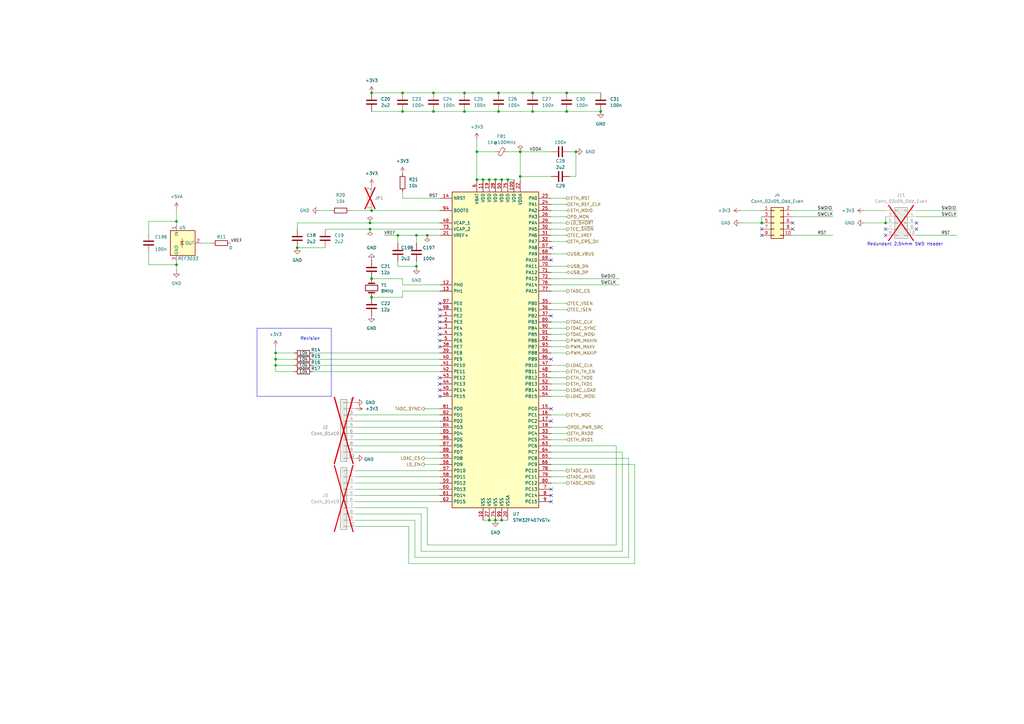
<source format=kicad_sch>
(kicad_sch (version 20230121) (generator eeschema)
  (paper "A3")
  (title_block (title "Kirdy") (date "2022-07-03") (rev "r0.1") (company "M-Labs") (comment 1 "Alex Wong Tat Hang"))
  (lib_symbols
    (symbol "Connector_Generic:Conn_01x10" (pin_names (offset 1.016) hide)
      (property "Reference" "J" (at 0 12.7 0))
      (property "Value" "Conn_01x10" (at 0 -15.24 0))
      (symbol "Conn_01x10_1_1"
        (rectangle (start -1.27 -12.573) (end 0 -12.827) (stroke (width 0.1524)))
        (rectangle (start -1.27 -10.033) (end 0 -10.287) (stroke (width 0.1524)))
        (rectangle (start -1.27 -7.493) (end 0 -7.747) (stroke (width 0.1524)))
        (rectangle (start -1.27 -4.953) (end 0 -5.207) (stroke (width 0.1524)))
        (rectangle (start -1.27 -2.413) (end 0 -2.667) (stroke (width 0.1524)))
        (rectangle (start -1.27 0.127) (end 0 -0.127) (stroke (width 0.1524)))
        (rectangle (start -1.27 2.667) (end 0 2.413) (stroke (width 0.1524)))
        (rectangle (start -1.27 5.207) (end 0 4.953) (stroke (width 0.1524)))
        (rectangle (start -1.27 7.747) (end 0 7.493) (stroke (width 0.1524)))
        (rectangle (start -1.27 10.287) (end 0 10.033) (stroke (width 0.1524)))
        (rectangle (start -1.27 11.43) (end 1.27 -13.97) (stroke (width 0.254)) (fill (type background)))
        (pin passive line (at -5.08 10.16 0) (length 3.81) (name "Pin_1") (number "1"))
        (pin passive line (at -5.08 -12.7 0) (length 3.81) (name "Pin_10") (number "10"))
        (pin passive line (at -5.08 7.62 0) (length 3.81) (name "Pin_2") (number "2"))
        (pin passive line (at -5.08 5.08 0) (length 3.81) (name "Pin_3") (number "3"))
        (pin passive line (at -5.08 2.54 0) (length 3.81) (name "Pin_4") (number "4"))
        (pin passive line (at -5.08 0 0) (length 3.81) (name "Pin_5") (number "5"))
        (pin passive line (at -5.08 -2.54 0) (length 3.81) (name "Pin_6") (number "6"))
        (pin passive line (at -5.08 -5.08 0) (length 3.81) (name "Pin_7") (number "7"))
        (pin passive line (at -5.08 -7.62 0) (length 3.81) (name "Pin_8") (number "8"))
        (pin passive line (at -5.08 -10.16 0) (length 3.81) (name "Pin_9") (number "9"))
      )
    )
    (symbol "Connector_Generic:Conn_02x05_Odd_Even" (pin_names (offset 1.016) hide)
      (property "Reference" "J" (at 1.27 7.62 0))
      (property "Value" "Conn_02x05_Odd_Even" (at 1.27 -7.62 0))
      (symbol "Conn_02x05_Odd_Even_1_1"
        (rectangle (start -1.27 -4.953) (end 0 -5.207) (stroke (width 0.1524)))
        (rectangle (start -1.27 -2.413) (end 0 -2.667) (stroke (width 0.1524)))
        (rectangle (start -1.27 0.127) (end 0 -0.127) (stroke (width 0.1524)))
        (rectangle (start -1.27 2.667) (end 0 2.413) (stroke (width 0.1524)))
        (rectangle (start -1.27 5.207) (end 0 4.953) (stroke (width 0.1524)))
        (rectangle (start -1.27 6.35) (end 3.81 -6.35) (stroke (width 0.254)) (fill (type background)))
        (rectangle (start 3.81 -4.953) (end 2.54 -5.207) (stroke (width 0.1524)))
        (rectangle (start 3.81 -2.413) (end 2.54 -2.667) (stroke (width 0.1524)))
        (rectangle (start 3.81 0.127) (end 2.54 -0.127) (stroke (width 0.1524)))
        (rectangle (start 3.81 2.667) (end 2.54 2.413) (stroke (width 0.1524)))
        (rectangle (start 3.81 5.207) (end 2.54 4.953) (stroke (width 0.1524)))
        (pin passive line (at -5.08 5.08 0) (length 3.81) (name "Pin_1") (number "1"))
        (pin passive line (at 7.62 -5.08 180) (length 3.81) (name "Pin_10") (number "10"))
        (pin passive line (at 7.62 5.08 180) (length 3.81) (name "Pin_2") (number "2"))
        (pin passive line (at -5.08 2.54 0) (length 3.81) (name "Pin_3") (number "3"))
        (pin passive line (at 7.62 2.54 180) (length 3.81) (name "Pin_4") (number "4"))
        (pin passive line (at -5.08 0 0) (length 3.81) (name "Pin_5") (number "5"))
        (pin passive line (at 7.62 0 180) (length 3.81) (name "Pin_6") (number "6"))
        (pin passive line (at -5.08 -2.54 0) (length 3.81) (name "Pin_7") (number "7"))
        (pin passive line (at 7.62 -2.54 180) (length 3.81) (name "Pin_8") (number "8"))
        (pin passive line (at -5.08 -5.08 0) (length 3.81) (name "Pin_9") (number "9"))
      )
    )
    (symbol "Device:C" (pin_numbers hide) (pin_names (offset 0.254))
      (property "Reference" "C" (at 0.635 2.54 0))
      (property "Value" "C" (at 0.635 -2.54 0))
      (symbol "C_0_1"
        (polyline (pts (xy -2.032 -0.762) (xy 2.032 -0.762)) (stroke (width 0.508)))
        (polyline (pts (xy -2.032 0.762) (xy 2.032 0.762)) (stroke (width 0.508)))
      )
      (symbol "C_1_1"
        (pin passive line (at 0 3.81 270) (length 2.794) (name "~") (number "1"))
        (pin passive line (at 0 -3.81 90) (length 2.794) (name "~") (number "2"))
      )
    )
    (symbol "Device:Crystal" (pin_numbers hide) (pin_names (offset 1.016) hide)
      (property "Reference" "Y" (at 0 3.81 0))
      (property "Value" "Crystal" (at 0 -3.81 0))
      (symbol "Crystal_0_1"
        (rectangle (start -1.143 2.54) (end 1.143 -2.54) (stroke (width 0.3048)))
        (polyline (pts (xy -2.54 0) (xy -1.905 0)))
        (polyline (pts (xy -1.905 -1.27) (xy -1.905 1.27)) (stroke (width 0.508)))
        (polyline (pts (xy 1.905 -1.27) (xy 1.905 1.27)) (stroke (width 0.508)))
        (polyline (pts (xy 2.54 0) (xy 1.905 0)))
      )
      (symbol "Crystal_1_1"
        (pin passive line (at -3.81 0 0) (length 1.27) (name "1") (number "1"))
        (pin passive line (at 3.81 0 180) (length 1.27) (name "2") (number "2"))
      )
    )
    (symbol "Device:FerriteBead_Small" (pin_numbers hide) (pin_names (offset 0))
      (property "Reference" "FB" (at 1.905 1.27 0))
      (property "Value" "FerriteBead_Small" (at 1.905 -1.27 0))
      (symbol "FerriteBead_Small_0_1"
        (polyline (pts (xy 0 -1.27) (xy 0 -0.7874)))
        (polyline (pts (xy 0 0.889) (xy 0 1.2954)))
        (polyline (pts (xy -1.8288 0.2794) (xy -1.1176 1.4986) (xy 1.8288 -0.2032) (xy 1.1176 -1.4224) (xy -1.8288 0.2794)))
      )
      (symbol "FerriteBead_Small_1_1"
        (pin passive line (at 0 2.54 270) (length 1.27) (name "~") (number "1"))
        (pin passive line (at 0 -2.54 90) (length 1.27) (name "~") (number "2"))
      )
    )
    (symbol "Device:R" (pin_numbers hide) (pin_names (offset 0))
      (property "Reference" "R" (at 2.032 0 90))
      (property "Value" "R" (at 0 0 90))
      (symbol "R_0_1"
        (rectangle (start -1.016 -2.54) (end 1.016 2.54) (stroke (width 0.254)))
      )
      (symbol "R_1_1"
        (pin passive line (at 0 3.81 270) (length 1.27) (name "~") (number "1"))
        (pin passive line (at 0 -3.81 90) (length 1.27) (name "~") (number "2"))
      )
    )
    (symbol "Jumper:Jumper_2_Open" (pin_names (offset 0) hide)
      (property "Reference" "JP" (at 0 2.794 0))
      (property "Value" "Jumper_2_Open" (at 0 -2.286 0))
      (symbol "Jumper_2_Open_0_0"
        (circle (center -2.032 0) (radius 0.508))
        (circle (center 2.032 0) (radius 0.508))
      )
      (symbol "Jumper_2_Open_0_1"
        (arc (start 1.524 1.27) (mid 0 1.778) (end -1.524 1.27))
      )
      (symbol "Jumper_2_Open_1_1"
        (pin passive line (at -5.08 0 0) (length 2.54) (name "A") (number "1"))
        (pin passive line (at 5.08 0 180) (length 2.54) (name "B") (number "2"))
      )
    )
    (symbol "MCU_ST_STM32F4:STM32F407VGTx"
      (property "Reference" "U" (at -17.78 64.77 0))
      (property "Value" "STM32F407VGTx" (at 12.7 64.77 0))
      (symbol "STM32F407VGTx_0_1"
        (rectangle (start -17.78 -66.04) (end 17.78 63.5) (stroke (width 0.254)) (fill (type background)))
      )
      (symbol "STM32F407VGTx_1_1"
        (pin bidirectional line (at -22.86 12.7 0) (length 5.08) (name "PE2") (number "1"))
        (pin power_in line (at -5.08 -71.12 90) (length 5.08) (name "VSS") (number "10"))
        (pin power_in line (at 7.62 68.58 270) (length 5.08) (name "VDD") (number "100"))
        (pin power_in line (at -5.08 68.58 270) (length 5.08) (name "VDD") (number "11"))
        (pin input line (at -22.86 25.4 0) (length 5.08) (name "PH0") (number "12"))
        (pin input line (at -22.86 22.86 0) (length 5.08) (name "PH1") (number "13"))
        (pin input line (at -22.86 60.96 0) (length 5.08) (name "NRST") (number "14"))
        (pin bidirectional line (at 22.86 -25.4 180) (length 5.08) (name "PC0") (number "15"))
        (pin bidirectional line (at 22.86 -27.94 180) (length 5.08) (name "PC1") (number "16"))
        (pin bidirectional line (at 22.86 -30.48 180) (length 5.08) (name "PC2") (number "17"))
        (pin bidirectional line (at 22.86 -33.02 180) (length 5.08) (name "PC3") (number "18"))
        (pin power_in line (at -2.54 68.58 270) (length 5.08) (name "VDD") (number "19"))
        (pin bidirectional line (at -22.86 10.16 0) (length 5.08) (name "PE3") (number "2"))
        (pin power_in line (at 5.08 -71.12 90) (length 5.08) (name "VSSA") (number "20"))
        (pin power_in line (at -22.86 45.72 0) (length 5.08) (name "VREF+") (number "21"))
        (pin power_in line (at 10.16 68.58 270) (length 5.08) (name "VDDA") (number "22"))
        (pin bidirectional line (at 22.86 60.96 180) (length 5.08) (name "PA0") (number "23"))
        (pin bidirectional line (at 22.86 58.42 180) (length 5.08) (name "PA1") (number "24"))
        (pin bidirectional line (at 22.86 55.88 180) (length 5.08) (name "PA2") (number "25"))
        (pin bidirectional line (at 22.86 53.34 180) (length 5.08) (name "PA3") (number "26"))
        (pin power_in line (at -2.54 -71.12 90) (length 5.08) (name "VSS") (number "27"))
        (pin power_in line (at 0 68.58 270) (length 5.08) (name "VDD") (number "28"))
        (pin bidirectional line (at 22.86 50.8 180) (length 5.08) (name "PA4") (number "29"))
        (pin bidirectional line (at -22.86 7.62 0) (length 5.08) (name "PE4") (number "3"))
        (pin bidirectional line (at 22.86 48.26 180) (length 5.08) (name "PA5") (number "30"))
        (pin bidirectional line (at 22.86 45.72 180) (length 5.08) (name "PA6") (number "31"))
        (pin bidirectional line (at 22.86 43.18 180) (length 5.08) (name "PA7") (number "32"))
        (pin bidirectional line (at 22.86 -35.56 180) (length 5.08) (name "PC4") (number "33"))
        (pin bidirectional line (at 22.86 -38.1 180) (length 5.08) (name "PC5") (number "34"))
        (pin bidirectional line (at 22.86 17.78 180) (length 5.08) (name "PB0") (number "35"))
        (pin bidirectional line (at 22.86 15.24 180) (length 5.08) (name "PB1") (number "36"))
        (pin bidirectional line (at 22.86 12.7 180) (length 5.08) (name "PB2") (number "37"))
        (pin bidirectional line (at -22.86 0 0) (length 5.08) (name "PE7") (number "38"))
        (pin bidirectional line (at -22.86 -2.54 0) (length 5.08) (name "PE8") (number "39"))
        (pin bidirectional line (at -22.86 5.08 0) (length 5.08) (name "PE5") (number "4"))
        (pin bidirectional line (at -22.86 -5.08 0) (length 5.08) (name "PE9") (number "40"))
        (pin bidirectional line (at -22.86 -7.62 0) (length 5.08) (name "PE10") (number "41"))
        (pin bidirectional line (at -22.86 -10.16 0) (length 5.08) (name "PE11") (number "42"))
        (pin bidirectional line (at -22.86 -12.7 0) (length 5.08) (name "PE12") (number "43"))
        (pin bidirectional line (at -22.86 -15.24 0) (length 5.08) (name "PE13") (number "44"))
        (pin bidirectional line (at -22.86 -17.78 0) (length 5.08) (name "PE14") (number "45"))
        (pin bidirectional line (at -22.86 -20.32 0) (length 5.08) (name "PE15") (number "46"))
        (pin bidirectional line (at 22.86 -7.62 180) (length 5.08) (name "PB10") (number "47"))
        (pin bidirectional line (at 22.86 -10.16 180) (length 5.08) (name "PB11") (number "48"))
        (pin power_in line (at -22.86 50.8 0) (length 5.08) (name "VCAP_1") (number "49"))
        (pin bidirectional line (at -22.86 2.54 0) (length 5.08) (name "PE6") (number "5"))
        (pin power_in line (at 2.54 68.58 270) (length 5.08) (name "VDD") (number "50"))
        (pin bidirectional line (at 22.86 -12.7 180) (length 5.08) (name "PB12") (number "51"))
        (pin bidirectional line (at 22.86 -15.24 180) (length 5.08) (name "PB13") (number "52"))
        (pin bidirectional line (at 22.86 -17.78 180) (length 5.08) (name "PB14") (number "53"))
        (pin bidirectional line (at 22.86 -20.32 180) (length 5.08) (name "PB15") (number "54"))
        (pin bidirectional line (at -22.86 -45.72 0) (length 5.08) (name "PD8") (number "55"))
        (pin bidirectional line (at -22.86 -48.26 0) (length 5.08) (name "PD9") (number "56"))
        (pin bidirectional line (at -22.86 -50.8 0) (length 5.08) (name "PD10") (number "57"))
        (pin bidirectional line (at -22.86 -53.34 0) (length 5.08) (name "PD11") (number "58"))
        (pin bidirectional line (at -22.86 -55.88 0) (length 5.08) (name "PD12") (number "59"))
        (pin power_in line (at -7.62 68.58 270) (length 5.08) (name "VBAT") (number "6"))
        (pin bidirectional line (at -22.86 -58.42 0) (length 5.08) (name "PD13") (number "60"))
        (pin bidirectional line (at -22.86 -60.96 0) (length 5.08) (name "PD14") (number "61"))
        (pin bidirectional line (at -22.86 -63.5 0) (length 5.08) (name "PD15") (number "62"))
        (pin bidirectional line (at 22.86 -40.64 180) (length 5.08) (name "PC6") (number "63"))
        (pin bidirectional line (at 22.86 -43.18 180) (length 5.08) (name "PC7") (number "64"))
        (pin bidirectional line (at 22.86 -45.72 180) (length 5.08) (name "PC8") (number "65"))
        (pin bidirectional line (at 22.86 -48.26 180) (length 5.08) (name "PC9") (number "66"))
        (pin bidirectional line (at 22.86 40.64 180) (length 5.08) (name "PA8") (number "67"))
        (pin bidirectional line (at 22.86 38.1 180) (length 5.08) (name "PA9") (number "68"))
        (pin bidirectional line (at 22.86 35.56 180) (length 5.08) (name "PA10") (number "69"))
        (pin bidirectional line (at 22.86 -58.42 180) (length 5.08) (name "PC13") (number "7"))
        (pin bidirectional line (at 22.86 33.02 180) (length 5.08) (name "PA11") (number "70"))
        (pin bidirectional line (at 22.86 30.48 180) (length 5.08) (name "PA12") (number "71"))
        (pin bidirectional line (at 22.86 27.94 180) (length 5.08) (name "PA13") (number "72"))
        (pin power_in line (at -22.86 48.26 0) (length 5.08) (name "VCAP_2") (number "73"))
        (pin power_in line (at 0 -71.12 90) (length 5.08) (name "VSS") (number "74"))
        (pin power_in line (at 5.08 68.58 270) (length 5.08) (name "VDD") (number "75"))
        (pin bidirectional line (at 22.86 25.4 180) (length 5.08) (name "PA14") (number "76"))
        (pin bidirectional line (at 22.86 22.86 180) (length 5.08) (name "PA15") (number "77"))
        (pin bidirectional line (at 22.86 -50.8 180) (length 5.08) (name "PC10") (number "78"))
        (pin bidirectional line (at 22.86 -53.34 180) (length 5.08) (name "PC11") (number "79"))
        (pin bidirectional line (at 22.86 -60.96 180) (length 5.08) (name "PC14") (number "8"))
        (pin bidirectional line (at 22.86 -55.88 180) (length 5.08) (name "PC12") (number "80"))
        (pin bidirectional line (at -22.86 -25.4 0) (length 5.08) (name "PD0") (number "81"))
        (pin bidirectional line (at -22.86 -27.94 0) (length 5.08) (name "PD1") (number "82"))
        (pin bidirectional line (at -22.86 -30.48 0) (length 5.08) (name "PD2") (number "83"))
        (pin bidirectional line (at -22.86 -33.02 0) (length 5.08) (name "PD3") (number "84"))
        (pin bidirectional line (at -22.86 -35.56 0) (length 5.08) (name "PD4") (number "85"))
        (pin bidirectional line (at -22.86 -38.1 0) (length 5.08) (name "PD5") (number "86"))
        (pin bidirectional line (at -22.86 -40.64 0) (length 5.08) (name "PD6") (number "87"))
        (pin bidirectional line (at -22.86 -43.18 0) (length 5.08) (name "PD7") (number "88"))
        (pin bidirectional line (at 22.86 10.16 180) (length 5.08) (name "PB3") (number "89"))
        (pin bidirectional line (at 22.86 -63.5 180) (length 5.08) (name "PC15") (number "9"))
        (pin bidirectional line (at 22.86 7.62 180) (length 5.08) (name "PB4") (number "90"))
        (pin bidirectional line (at 22.86 5.08 180) (length 5.08) (name "PB5") (number "91"))
        (pin bidirectional line (at 22.86 2.54 180) (length 5.08) (name "PB6") (number "92"))
        (pin bidirectional line (at 22.86 0 180) (length 5.08) (name "PB7") (number "93"))
        (pin input line (at -22.86 55.88 0) (length 5.08) (name "BOOT0") (number "94"))
        (pin bidirectional line (at 22.86 -2.54 180) (length 5.08) (name "PB8") (number "95"))
        (pin bidirectional line (at 22.86 -5.08 180) (length 5.08) (name "PB9") (number "96"))
        (pin bidirectional line (at -22.86 17.78 0) (length 5.08) (name "PE0") (number "97"))
        (pin bidirectional line (at -22.86 15.24 0) (length 5.08) (name "PE1") (number "98"))
        (pin power_in line (at 2.54 -71.12 90) (length 5.08) (name "VSS") (number "99"))
      )
    )
    (symbol "Reference_Voltage:REF3033" (pin_names (offset 0.254))
      (property "Reference" "U" (at 0 6.35 0))
      (property "Value" "REF3033" (at 2.54 -6.35 0))
      (symbol "REF3033_0_1"
        (rectangle (start -5.08 5.08) (end 5.08 -5.08) (stroke (width 0.254)) (fill (type background)))
        (polyline (pts (xy -0.254 1.905) (xy -0.254 -1.905)))
        (polyline (pts (xy -0.889 -0.635) (xy 0.381 -0.635) (xy -0.254 0.635) (xy -0.889 -0.635)))
        (polyline (pts (xy 0.381 1.016) (xy 0.381 0.635) (xy -0.889 0.635) (xy -0.889 0.254)))
      )
      (symbol "REF3033_1_1"
        (pin power_in line (at -2.54 7.62 270) (length 2.54) (name "IN") (number "1"))
        (pin power_out line (at 7.62 0 180) (length 2.54) (name "OUT") (number "2"))
        (pin power_in line (at -2.54 -7.62 90) (length 2.54) (name "GND") (number "3"))
      )
    )
    (symbol "power:+3V3" (power) (pin_names (offset 0))
      (property "Value" "+3V3" (at 0 3.556 0))
      (symbol "+3V3_0_1"
        (polyline (pts (xy -0.762 1.27) (xy 0 2.54)))
        (polyline (pts (xy 0 0) (xy 0 2.54)))
        (polyline (pts (xy 0 2.54) (xy 0.762 1.27)))
      )
      (symbol "+3V3_1_1"
        (pin power_in line (at 0 0 90) (length 0) hide (name "+3V3") (number "1"))
      )
    )
    (symbol "power:+5VA" (power) (pin_names (offset 0))
      (property "Value" "+5VA" (at 0 3.556 0))
      (symbol "+5VA_0_1"
        (polyline (pts (xy -0.762 1.27) (xy 0 2.54)))
        (polyline (pts (xy 0 0) (xy 0 2.54)))
        (polyline (pts (xy 0 2.54) (xy 0.762 1.27)))
      )
      (symbol "+5VA_1_1"
        (pin power_in line (at 0 0 90) (length 0) hide (name "+5VA") (number "1"))
      )
    )
    (symbol "power:GND" (power) (pin_names (offset 0))
      (property "Value" "GND" (at 0 -3.81 0))
      (symbol "GND_0_1"
        (polyline (pts (xy 0 0) (xy 0 -1.27) (xy 1.27 -1.27) (xy 0 -2.54) (xy -1.27 -1.27) (xy 0 -1.27)))
      )
      (symbol "GND_1_1"
        (pin power_in line (at 0 0 270) (length 0) hide (name "GND") (number "1"))
      )
    )
    (symbol "power:PWR_FLAG" (power) (pin_numbers hide) (pin_names (offset 0) hide)
      (property "Value" "PWR_FLAG" (at 0 3.81 0))
      (symbol "PWR_FLAG_0_0"
        (pin power_out line (at 0 0 90) (length 0) (name "pwr") (number "1"))
      )
      (symbol "PWR_FLAG_0_1"
        (polyline (pts (xy 0 0) (xy 0 1.27) (xy -1.016 1.905) (xy 0 2.54) (xy 1.016 1.905) (xy 0 1.27)))
      )
    )
  )
  (junction (at 165.1 38.1))
  (junction (at 152.4 114.3))
  (junction (at 198.12 73.66))
  (junction (at 205.74 213.36))
  (junction (at 177.8 38.1))
  (junction (at 213.36 72.39))
  (junction (at 236.22 62.23))
  (junction (at 363.22 91.44))
  (junction (at 152.4 38.1))
  (junction (at 195.58 73.66))
  (junction (at 121.92 101.6))
  (junction (at 72.39 90.805))
  (junction (at 200.66 73.66))
  (junction (at 170.815 96.52))
  (junction (at 203.2 213.36))
  (junction (at 151.765 91.44))
  (junction (at 175.26 96.52))
  (junction (at 204.47 38.1))
  (junction (at 152.4 86.36))
  (junction (at 177.8 45.72))
  (junction (at 232.41 45.72))
  (junction (at 200.66 213.36))
  (junction (at 208.28 73.66))
  (junction (at 113.03 144.78))
  (junction (at 190.5 45.72))
  (junction (at 165.1 45.72))
  (junction (at 203.2 73.66))
  (junction (at 232.41 38.1))
  (junction (at 213.36 62.23))
  (junction (at 170.815 109.22))
  (junction (at 190.5 38.1))
  (junction (at 204.47 45.72))
  (junction (at 113.03 147.32))
  (junction (at 218.44 38.1))
  (junction (at 246.38 45.72))
  (junction (at 151.765 93.98))
  (junction (at 205.74 73.66))
  (junction (at 152.4 121.92))
  (junction (at 195.58 62.23))
  (junction (at 312.42 91.44))
  (junction (at 218.44 45.72))
  (junction (at 72.39 108.585))
  (junction (at 113.03 149.86))
  (junction (at 163.195 96.52))
  (no_connect (at 312.42 96.52))
  (no_connect (at 325.12 93.98))
  (no_connect (at 325.12 91.44))
  (no_connect (at 375.92 93.98))
  (no_connect (at 180.34 157.48))
  (no_connect (at 180.34 154.94))
  (no_connect (at 375.92 91.44))
  (no_connect (at 312.42 93.98))
  (no_connect (at 363.22 96.52))
  (no_connect (at 226.06 172.72))
  (no_connect (at 363.22 93.98))
  (no_connect (at 226.06 101.6))
  (no_connect (at 226.06 200.66))
  (no_connect (at 226.06 203.2))
  (no_connect (at 226.06 205.74))
  (no_connect (at 226.06 106.68))
  (no_connect (at 226.06 129.54))
  (no_connect (at 180.34 129.54))
  (no_connect (at 180.34 124.46))
  (no_connect (at 180.34 127))
  (no_connect (at 226.06 147.32))
  (no_connect (at 226.06 167.64))
  (no_connect (at 180.34 162.56))
  (no_connect (at 180.34 160.02))
  (no_connect (at 180.34 132.08))
  (no_connect (at 180.34 134.62))
  (no_connect (at 180.34 137.16))
  (no_connect (at 180.34 139.7))
  (no_connect (at 180.34 142.24))
  (wire (pts (xy 226.06 180.34) (xy 232.41 180.34)))
  (wire (pts (xy 146.05 205.74) (xy 180.34 205.74)))
  (wire (pts (xy 226.06 170.18) (xy 232.41 170.18)))
  (wire (pts (xy 226.06 160.02) (xy 232.41 160.02)))
  (wire (pts (xy 226.06 99.06) (xy 232.41 99.06)))
  (wire (pts (xy 165.1 116.84) (xy 180.34 116.84)))
  (wire (pts (xy 226.06 104.14) (xy 232.41 104.14)))
  (wire (pts (xy 170.815 109.22) (xy 170.815 109.855)))
  (wire (pts (xy 146.05 203.2) (xy 180.34 203.2)))
  (wire (pts (xy 72.39 85.725) (xy 72.39 90.805)))
  (wire (pts (xy 226.06 86.36) (xy 232.41 86.36)))
  (polyline (pts (xy 105.41 162.56) (xy 135.89 162.56)))
  (wire (pts (xy 175.26 96.52) (xy 180.34 96.52)))
  (wire (pts (xy 257.81 187.96) (xy 257.81 228.6)))
  (wire (pts (xy 198.12 213.36) (xy 200.66 213.36)))
  (wire (pts (xy 218.44 45.72) (xy 232.41 45.72)))
  (wire (pts (xy 312.42 88.9) (xy 312.42 91.44)))
  (wire (pts (xy 165.1 81.28) (xy 180.34 81.28)))
  (wire (pts (xy 233.68 72.39) (xy 236.22 72.39)))
  (wire (pts (xy 375.92 86.36) (xy 392.43 86.36)))
  (wire (pts (xy 172.72 226.06) (xy 172.72 210.82)))
  (wire (pts (xy 146.05 172.72) (xy 180.34 172.72)))
  (wire (pts (xy 72.39 108.585) (xy 60.96 108.585)))
  (wire (pts (xy 195.58 62.23) (xy 203.2 62.23)))
  (wire (pts (xy 175.26 223.52) (xy 175.26 208.28)))
  (wire (pts (xy 121.92 101.6) (xy 133.35 101.6)))
  (wire (pts (xy 170.815 96.52) (xy 170.815 99.695)))
  (wire (pts (xy 175.26 208.28) (xy 146.05 208.28)))
  (wire (pts (xy 173.99 187.96) (xy 180.34 187.96)))
  (wire (pts (xy 325.12 96.52) (xy 341.63 96.52)))
  (wire (pts (xy 203.2 213.36) (xy 205.74 213.36)))
  (wire (pts (xy 226.06 139.7) (xy 232.41 139.7)))
  (polyline (pts (xy 135.89 162.56) (xy 135.89 134.62)))
  (wire (pts (xy 226.06 116.84) (xy 254 116.84)))
  (wire (pts (xy 170.18 228.6) (xy 170.18 213.36)))
  (wire (pts (xy 204.47 38.1) (xy 218.44 38.1)))
  (wire (pts (xy 113.03 152.4) (xy 120.65 152.4)))
  (wire (pts (xy 151.765 91.44) (xy 180.34 91.44)))
  (wire (pts (xy 128.27 149.86) (xy 180.34 149.86)))
  (wire (pts (xy 260.35 231.14) (xy 167.64 231.14)))
  (wire (pts (xy 170.815 107.315) (xy 170.815 109.22)))
  (wire (pts (xy 113.03 149.86) (xy 120.65 149.86)))
  (wire (pts (xy 152.4 45.72) (xy 165.1 45.72)))
  (wire (pts (xy 128.27 147.32) (xy 180.34 147.32)))
  (wire (pts (xy 72.39 107.315) (xy 72.39 108.585)))
  (wire (pts (xy 354.33 86.36) (xy 363.22 86.36)))
  (wire (pts (xy 165.1 119.38) (xy 165.1 121.92)))
  (wire (pts (xy 208.28 62.23) (xy 213.36 62.23)))
  (wire (pts (xy 146.05 170.18) (xy 180.34 170.18)))
  (wire (pts (xy 146.05 193.04) (xy 180.34 193.04)))
  (wire (pts (xy 167.64 215.9) (xy 146.05 215.9)))
  (wire (pts (xy 133.35 93.98) (xy 151.765 93.98)))
  (wire (pts (xy 226.06 177.8) (xy 232.41 177.8)))
  (wire (pts (xy 226.06 193.04) (xy 232.41 193.04)))
  (wire (pts (xy 165.1 81.28) (xy 165.1 78.74)))
  (wire (pts (xy 170.18 213.36) (xy 146.05 213.36)))
  (wire (pts (xy 72.39 90.805) (xy 72.39 92.075)))
  (wire (pts (xy 113.03 147.32) (xy 113.03 149.86)))
  (wire (pts (xy 255.27 226.06) (xy 172.72 226.06)))
  (wire (pts (xy 226.06 154.94) (xy 232.41 154.94)))
  (wire (pts (xy 146.05 195.58) (xy 180.34 195.58)))
  (wire (pts (xy 213.36 62.23) (xy 213.36 72.39)))
  (wire (pts (xy 226.06 111.76) (xy 232.41 111.76)))
  (wire (pts (xy 226.06 134.62) (xy 232.41 134.62)))
  (wire (pts (xy 226.06 182.88) (xy 252.73 182.88)))
  (wire (pts (xy 226.06 187.96) (xy 257.81 187.96)))
  (wire (pts (xy 226.06 149.86) (xy 232.41 149.86)))
  (wire (pts (xy 252.73 223.52) (xy 175.26 223.52)))
  (wire (pts (xy 82.55 99.695) (xy 86.995 99.695)))
  (wire (pts (xy 226.06 137.16) (xy 232.41 137.16)))
  (wire (pts (xy 226.06 185.42) (xy 255.27 185.42)))
  (wire (pts (xy 226.06 93.98) (xy 232.41 93.98)))
  (wire (pts (xy 177.8 38.1) (xy 190.5 38.1)))
  (wire (pts (xy 200.66 213.36) (xy 203.2 213.36)))
  (wire (pts (xy 252.73 182.88) (xy 252.73 223.52)))
  (wire (pts (xy 203.2 73.66) (xy 205.74 73.66)))
  (wire (pts (xy 195.58 62.23) (xy 195.58 73.66)))
  (wire (pts (xy 233.68 62.23) (xy 236.22 62.23)))
  (wire (pts (xy 157.48 96.52) (xy 163.195 96.52)))
  (wire (pts (xy 146.05 182.88) (xy 180.34 182.88)))
  (wire (pts (xy 177.8 45.72) (xy 190.5 45.72)))
  (wire (pts (xy 163.195 109.22) (xy 163.195 107.315)))
  (wire (pts (xy 226.06 190.5) (xy 260.35 190.5)))
  (wire (pts (xy 146.05 175.26) (xy 180.34 175.26)))
  (wire (pts (xy 226.06 198.12) (xy 232.41 198.12)))
  (wire (pts (xy 375.92 88.9) (xy 392.43 88.9)))
  (wire (pts (xy 232.41 38.1) (xy 246.38 38.1)))
  (wire (pts (xy 195.58 73.66) (xy 198.12 73.66)))
  (wire (pts (xy 213.36 62.23) (xy 226.06 62.23)))
  (wire (pts (xy 165.1 121.92) (xy 152.4 121.92)))
  (wire (pts (xy 113.03 144.78) (xy 113.03 147.32)))
  (wire (pts (xy 152.4 86.36) (xy 180.34 86.36)))
  (wire (pts (xy 198.12 73.66) (xy 200.66 73.66)))
  (wire (pts (xy 113.03 144.78) (xy 120.65 144.78)))
  (wire (pts (xy 113.03 149.86) (xy 113.03 152.4)))
  (wire (pts (xy 213.36 72.39) (xy 213.36 73.66)))
  (wire (pts (xy 226.06 124.46) (xy 232.41 124.46)))
  (wire (pts (xy 226.06 152.4) (xy 232.41 152.4)))
  (wire (pts (xy 325.12 86.36) (xy 341.63 86.36)))
  (polyline (pts (xy 105.41 134.62) (xy 105.41 162.56)))
  (wire (pts (xy 226.06 195.58) (xy 232.41 195.58)))
  (wire (pts (xy 146.05 198.12) (xy 180.34 198.12)))
  (wire (pts (xy 375.92 96.52) (xy 392.43 96.52)))
  (wire (pts (xy 163.195 96.52) (xy 170.815 96.52)))
  (wire (pts (xy 113.03 147.32) (xy 120.65 147.32)))
  (wire (pts (xy 208.28 73.66) (xy 210.82 73.66)))
  (wire (pts (xy 165.1 45.72) (xy 177.8 45.72)))
  (wire (pts (xy 165.1 119.38) (xy 180.34 119.38)))
  (wire (pts (xy 226.06 142.24) (xy 232.41 142.24)))
  (wire (pts (xy 165.1 116.84) (xy 165.1 114.3)))
  (wire (pts (xy 226.06 132.08) (xy 232.41 132.08)))
  (wire (pts (xy 121.92 93.98) (xy 121.92 91.44)))
  (wire (pts (xy 146.05 185.42) (xy 180.34 185.42)))
  (wire (pts (xy 213.36 72.39) (xy 226.06 72.39)))
  (wire (pts (xy 236.22 72.39) (xy 236.22 62.23)))
  (wire (pts (xy 205.74 73.66) (xy 208.28 73.66)))
  (wire (pts (xy 226.06 109.22) (xy 232.41 109.22)))
  (wire (pts (xy 113.03 142.24) (xy 113.03 144.78)))
  (wire (pts (xy 146.05 200.66) (xy 180.34 200.66)))
  (wire (pts (xy 163.195 99.695) (xy 163.195 96.52)))
  (wire (pts (xy 303.53 91.44) (xy 312.42 91.44)))
  (wire (pts (xy 218.44 38.1) (xy 232.41 38.1)))
  (wire (pts (xy 226.06 175.26) (xy 232.41 175.26)))
  (wire (pts (xy 226.06 88.9) (xy 232.41 88.9)))
  (wire (pts (xy 60.96 95.885) (xy 60.96 90.805)))
  (wire (pts (xy 232.41 45.72) (xy 246.38 45.72)))
  (wire (pts (xy 226.06 96.52) (xy 232.41 96.52)))
  (wire (pts (xy 195.58 57.15) (xy 195.58 62.23)))
  (wire (pts (xy 226.06 119.38) (xy 232.41 119.38)))
  (wire (pts (xy 173.99 190.5) (xy 180.34 190.5)))
  (wire (pts (xy 72.39 108.585) (xy 72.39 111.125)))
  (wire (pts (xy 190.5 38.1) (xy 204.47 38.1)))
  (wire (pts (xy 165.1 38.1) (xy 177.8 38.1)))
  (wire (pts (xy 260.35 190.5) (xy 260.35 231.14)))
  (wire (pts (xy 363.22 88.9) (xy 363.22 91.44)))
  (wire (pts (xy 152.4 38.1) (xy 165.1 38.1)))
  (wire (pts (xy 204.47 45.72) (xy 218.44 45.72)))
  (wire (pts (xy 257.81 228.6) (xy 170.18 228.6)))
  (wire (pts (xy 60.96 90.805) (xy 72.39 90.805)))
  (wire (pts (xy 170.815 109.22) (xy 163.195 109.22)))
  (wire (pts (xy 226.06 127) (xy 232.41 127)))
  (wire (pts (xy 146.05 180.34) (xy 180.34 180.34)))
  (wire (pts (xy 226.06 81.28) (xy 232.41 81.28)))
  (wire (pts (xy 226.06 83.82) (xy 232.41 83.82)))
  (wire (pts (xy 151.765 93.98) (xy 180.34 93.98)))
  (wire (pts (xy 205.74 213.36) (xy 208.28 213.36)))
  (wire (pts (xy 303.53 86.36) (xy 312.42 86.36)))
  (wire (pts (xy 226.06 144.78) (xy 232.41 144.78)))
  (wire (pts (xy 172.72 210.82) (xy 146.05 210.82)))
  (wire (pts (xy 165.1 114.3) (xy 152.4 114.3)))
  (polyline (pts (xy 105.41 134.62) (xy 135.89 134.62)))
  (wire (pts (xy 143.51 86.36) (xy 152.4 86.36)))
  (wire (pts (xy 226.06 91.44) (xy 232.41 91.44)))
  (wire (pts (xy 130.81 86.36) (xy 135.89 86.36)))
  (wire (pts (xy 121.92 91.44) (xy 151.765 91.44)))
  (wire (pts (xy 226.06 162.56) (xy 232.41 162.56)))
  (wire (pts (xy 190.5 45.72) (xy 204.47 45.72)))
  (wire (pts (xy 170.815 96.52) (xy 175.26 96.52)))
  (wire (pts (xy 128.27 144.78) (xy 180.34 144.78)))
  (wire (pts (xy 226.06 114.3) (xy 254 114.3)))
  (wire (pts (xy 226.06 157.48) (xy 232.41 157.48)))
  (wire (pts (xy 167.64 231.14) (xy 167.64 215.9)))
  (wire (pts (xy 255.27 185.42) (xy 255.27 226.06)))
  (wire (pts (xy 60.96 108.585) (xy 60.96 103.505)))
  (wire (pts (xy 146.05 177.8) (xy 180.34 177.8)))
  (wire (pts (xy 325.12 88.9) (xy 341.63 88.9)))
  (wire (pts (xy 173.99 167.64) (xy 180.34 167.64)))
  (wire (pts (xy 354.33 91.44) (xy 363.22 91.44)))
  (wire (pts (xy 128.27 152.4) (xy 180.34 152.4)))
  (wire (pts (xy 200.66 73.66) (xy 203.2 73.66)))
  (text "Redundant 2.54mm SWD Header" (at 355.6 100.965 0) (effects (font (size 1.27 1.27)) (justify left bottom)))
  (text "Revision\n" (at 123.19 139.7 0) (effects (font (size 1.27 1.27)) (justify left bottom)))
  (label "SWDIO" (at 246.38 114.3 0))
  (label "SWCLK" (at 335.28 88.9 0))
  (label "SWCLK" (at 386.08 88.9 0))
  (label "RST" (at 386.08 96.52 0))
  (label "SWDIO" (at 335.28 86.36 0))
  (label "VREF" (at 157.48 96.52 0))
  (label "SWDIO" (at 386.08 86.36 0))
  (label "VDDA" (at 217.17 62.23 0))
  (label "RST" (at 335.28 96.52 0))
  (label "VREF" (at 94.615 99.695 0))
  (label "SWCLK" (at 246.38 116.84 0))
  (label "RST" (at 175.895 81.28 0))
  (hierarchical_label "USB_DP" (shape bidirectional) (at 232.41 111.76 0))
  (hierarchical_label "TEC_VREF" (shape input) (at 232.41 96.52 0))
  (hierarchical_label "ETH_REF_CLK" (shape input) (at 232.41 83.82 0))
  (hierarchical_label "USB_VBUS" (shape input) (at 232.41 104.14 0))
  (hierarchical_label "TADC_CLK" (shape output) (at 232.41 193.04 0))
  (hierarchical_label "TDAC_MOSI" (shape output) (at 232.41 137.16 0))
  (hierarchical_label "PWM_MAXIP" (shape output) (at 232.41 144.78 0))
  (hierarchical_label "USB_DN" (shape bidirectional) (at 232.41 109.22 0))
  (hierarchical_label "ETH_RST" (shape output) (at 232.41 81.28 0))
  (hierarchical_label "TEC_~{SHDN}" (shape output) (at 232.41 93.98 0))
  (hierarchical_label "ETH_TXD1" (shape output) (at 232.41 157.48 0))
  (hierarchical_label "ETH_MDIO" (shape bidirectional) (at 232.41 86.36 0))
  (hierarchical_label "LDAC_MOSI" (shape output) (at 232.41 162.56 0))
  (hierarchical_label "PWM_MAXV" (shape output) (at 232.41 142.24 0))
  (hierarchical_label "POE_PWR_SRC" (shape input) (at 232.41 175.26 0))
  (hierarchical_label "TADC_CS" (shape output) (at 232.41 119.38 0))
  (hierarchical_label "ETH_RXD0" (shape input) (at 232.41 177.8 0))
  (hierarchical_label "TADC_MISO" (shape input) (at 232.41 195.58 0))
  (hierarchical_label "~{LD_SHORT}" (shape output) (at 232.41 91.44 0))
  (hierarchical_label "LDAC_CS" (shape output) (at 173.99 187.96 180))
  (hierarchical_label "TADC_MOSI" (shape output) (at 232.41 198.12 0))
  (hierarchical_label "ETH_CRS_DV" (shape input) (at 232.41 99.06 0))
  (hierarchical_label "LD_EN" (shape output) (at 173.99 190.5 180))
  (hierarchical_label "TADC_SYNC" (shape output) (at 173.99 167.64 180))
  (hierarchical_label "PWM_MAXIN" (shape output) (at 232.41 139.7 0))
  (hierarchical_label "TEC_ISEN" (shape input) (at 232.41 127 0))
  (hierarchical_label "TEC_VSEN" (shape input) (at 232.41 124.46 0))
  (hierarchical_label "ETH_TX_EN" (shape output) (at 232.41 152.4 0))
  (hierarchical_label "TDAC_SYNC" (shape output) (at 232.41 134.62 0))
  (hierarchical_label "ETH_TXD0" (shape output) (at 232.41 154.94 0))
  (hierarchical_label "PD_MON" (shape input) (at 232.41 88.9 0))
  (hierarchical_label "ETH_RXD1" (shape input) (at 232.41 180.34 0))
  (hierarchical_label "LDAC_LOAD" (shape output) (at 232.41 160.02 0))
  (hierarchical_label "ETH_MDC" (shape output) (at 232.41 170.18 0))
  (hierarchical_label "LDAC_CLK" (shape output) (at 232.41 149.86 0))
  (hierarchical_label "TDAC_CLK" (shape output) (at 232.41 132.08 0))
  (symbol (lib_id "Connector_Generic:Conn_02x05_Odd_Even") (at 317.5 91.44 0) (unit 1)
    (property "Reference" "J4" (at 318.77 80.01 0))
    (property "Value" "Conn_02x05_Odd_Even" (at 318.77 82.55 0))
    (property "Footprint" "kirdy:Adafuit_SWD_Header_4048" (effects hide))
    (property "Datasheet" "https://www.mouser.hk/datasheet/2/737/Adafruit_4048_Web-3358014.pdf" (effects hide))
    (property "MFR_PN" "4048" (effects hide))
  )
  (symbol (lib_id "Device:FerriteBead_Small") (at 205.74 62.23 90) (unit 1)
    (property "Reference" "FB1" (at 205.7019 55.88 90))
    (property "Value" "1K@100MHz" (at 205.7019 58.42 90))
    (property "Footprint" "Inductor_SMD:L_1210_3225Metric" (effects hide))
    (property "MFR_PN" "FBMH3225HM102NT" (effects hide))
    (property "MFR_PN_ALT" "FBMH3225HM102NTV" (effects hide))
  )
  (symbol (lib_id "Device:C") (at 170.815 103.505 180) (unit 1)
    (property "Reference" "C197" (at 175.895 101.6 0))
    (property "Value" "100n" (at 175.895 106.045 0))
    (property "Footprint" "Capacitor_SMD:C_0603_1608Metric" (effects hide))
    (property "MFR_PN" "CL10B104KB8NNWC" (effects hide))
    (property "MFR_PN_ALT" "CL10B104KB8NNNL" (effects hide))
  )
  (symbol (lib_id "power:+3V3") (at 152.4 76.2 0) (unit 1)
    (property "Reference" "#PWR045" (effects hide))
    (property "Value" "+3V3" (at 152.4 71.12 0))
  )
  (symbol (lib_id "Device:C") (at 133.35 97.79 0) (unit 1)
    (property "Reference" "C19" (at 137.16 96.5199 0) (effects (justify left)))
    (property "Value" "2u2" (at 137.16 99.0599 0) (effects (justify left)))
    (property "Footprint" "Capacitor_SMD:C_0603_1608Metric" (effects hide))
    (property "MFR_PN" "CL10B225KP8NNNC" (effects hide))
    (property "MFR_PN_ALT" "CGA3E1X7R0J225K080AC" (effects hide))
  )
  (symbol (lib_id "power:PWR_FLAG") (at 213.36 62.23 0) (unit 1)
    (property "Reference" "#FLG08" (effects hide))
    (property "Value" "PWR_FLAG" (effects hide))
  )
  (symbol (lib_id "Connector_Generic:Conn_01x10") (at 140.97 175.26 0) (mirror y) (unit 1) (dnp yes)
    (property "Reference" "J2" (at 133.35 175.26 0))
    (property "Value" "Conn_01x10" (at 133.35 177.8 0))
    (property "Footprint" "Connector_PinHeader_2.54mm:PinHeader_1x10_P2.54mm_Vertical" (effects hide))
  )
  (symbol (lib_id "Device:R") (at 165.1 74.93 0) (unit 1)
    (property "Reference" "R21" (at 167.64 73.6599 0) (effects (justify left)))
    (property "Value" "10k" (at 167.64 76.1999 0) (effects (justify left)))
    (property "Footprint" "Resistor_SMD:R_0603_1608Metric" (effects hide))
    (property "MFR_PN" "RNCP0603FTD10K0" (effects hide))
    (property "MFR_PN_ALT" "RMCF0603FT10K0" (effects hide))
  )
  (symbol (lib_id "Device:C") (at 60.96 99.695 0) (unit 1)
    (property "Reference" "C196" (at 63.5 97.155 0) (effects (justify left)))
    (property "Value" "100n" (at 63.5 102.235 0) (effects (justify left)))
    (property "Footprint" "Capacitor_SMD:C_0603_1608Metric" (effects hide))
    (property "MFR_PN" "CL10B104KB8NNWC" (effects hide))
    (property "MFR_PN_ALT" "CL10B104KB8NNNL" (effects hide))
  )
  (symbol (lib_id "Device:C") (at 177.8 41.91 0) (unit 1)
    (property "Reference" "C24" (at 181.61 40.6399 0) (effects (justify left)))
    (property "Value" "100n" (at 181.61 43.1799 0) (effects (justify left)))
    (property "Footprint" "Capacitor_SMD:C_0603_1608Metric" (effects hide))
    (property "MFR_PN" "CL10B104KB8NNWC" (effects hide))
    (property "MFR_PN_ALT" "CL10B104KB8NNNL" (effects hide))
  )
  (symbol (lib_id "Device:C") (at 232.41 41.91 0) (unit 1)
    (property "Reference" "C30" (at 236.22 40.6399 0) (effects (justify left)))
    (property "Value" "100n" (at 236.22 43.1799 0) (effects (justify left)))
    (property "Footprint" "Capacitor_SMD:C_0603_1608Metric" (effects hide))
    (property "MFR_PN" "CL10B104KB8NNWC" (effects hide))
    (property "MFR_PN_ALT" "CL10B104KB8NNNL" (effects hide))
  )
  (symbol (lib_id "Device:C") (at 163.195 103.505 180) (unit 1)
    (property "Reference" "C198" (at 167.005 101.6 0))
    (property "Value" "2u2" (at 166.37 106.045 0))
    (property "Footprint" "Capacitor_SMD:C_0603_1608Metric" (effects hide))
    (property "MFR_PN" "CL10B225KP8NNNC" (effects hide))
    (property "MFR_PN_ALT" "CGA3E1X7R0J225K080AC" (effects hide))
  )
  (symbol (lib_id "Reference_Voltage:REF3033") (at 74.93 99.695 0) (unit 1)
    (property "Reference" "U5" (at 76.2 93.345 0) (effects (justify right)))
    (property "Value" "REF3033" (at 81.28 106.045 0) (effects (font italic) (justify right)))
    (property "Footprint" "Package_TO_SOT_SMD:SOT-23" (effects hide))
    (property "Datasheet" "http://www.ti.com/lit/ds/symlink/ref3033.pdf" (effects hide))
    (property "MFR_PN" "REF3033AIDBZR" (effects hide))
  )
  (symbol (lib_id "Device:R") (at 124.46 149.86 90) (unit 1)
    (property "Reference" "R16" (at 129.54 148.59 90))
    (property "Value" "10k" (at 124.46 149.86 90))
    (property "Footprint" "Resistor_SMD:R_0603_1608Metric" (effects hide))
    (property "MFR_PN" "RNCP0603FTD10K0" (effects hide))
    (property "MFR_PN_ALT" "RMCF0603FT10K0" (effects hide))
  )
  (symbol (lib_id "Device:C") (at 190.5 41.91 0) (unit 1)
    (property "Reference" "C25" (at 194.31 40.6399 0) (effects (justify left)))
    (property "Value" "100n" (at 194.31 43.1799 0) (effects (justify left)))
    (property "Footprint" "Capacitor_SMD:C_0603_1608Metric" (effects hide))
    (property "MFR_PN" "CL10B104KB8NNWC" (effects hide))
    (property "MFR_PN_ALT" "CL10B104KB8NNNL" (effects hide))
  )
  (symbol (lib_id "power:+3V3") (at 165.1 71.12 0) (unit 1)
    (property "Reference" "#PWR056" (effects hide))
    (property "Value" "+3V3" (at 165.1 66.04 0))
  )
  (symbol (lib_id "power:GND") (at 236.22 62.23 90) (unit 1)
    (property "Reference" "#PWR050" (effects hide))
    (property "Value" "GND" (at 240.03 62.2299 90) (effects (justify right)))
  )
  (symbol (lib_id "power:GND") (at 203.2 213.36 0) (unit 1)
    (property "Reference" "#PWR049" (effects hide))
    (property "Value" "GND" (at 203.2 218.44 0))
  )
  (symbol (lib_id "Device:C") (at 246.38 41.91 0) (unit 1)
    (property "Reference" "C31" (at 250.19 40.6399 0) (effects (justify left)))
    (property "Value" "100n" (at 250.19 43.1799 0) (effects (justify left)))
    (property "Footprint" "Capacitor_SMD:C_0603_1608Metric" (effects hide))
    (property "MFR_PN" "CL10B104KB8NNWC" (effects hide))
    (property "MFR_PN_ALT" "CL10B104KB8NNNL" (effects hide))
  )
  (symbol (lib_id "Jumper:Jumper_2_Open") (at 152.4 81.28 90) (unit 1) (dnp yes)
    (property "Reference" "JP1" (at 153.67 81.28 90) (effects (justify right)))
    (property "Value" "DNP" (effects hide))
    (property "Footprint" "Connector_PinHeader_2.54mm:PinHeader_1x02_P2.54mm_Vertical" (effects hide))
  )
  (symbol (lib_id "power:+3V3") (at 303.53 86.36 90) (unit 1)
    (property "Reference" "#PWR054" (effects hide))
    (property "Value" "+3V3" (at 299.72 86.3599 90) (effects (justify left)))
  )
  (symbol (lib_id "Device:C") (at 218.44 41.91 0) (unit 1)
    (property "Reference" "C27" (at 222.25 40.6399 0) (effects (justify left)))
    (property "Value" "100n" (at 222.25 43.1799 0) (effects (justify left)))
    (property "Footprint" "Capacitor_SMD:C_0603_1608Metric" (effects hide))
    (property "MFR_PN" "CL10B104KB8NNWC" (effects hide))
    (property "MFR_PN_ALT" "CL10B104KB8NNNL" (effects hide))
  )
  (symbol (lib_id "Device:Crystal") (at 152.4 118.11 90) (unit 1)
    (property "Reference" "Y1" (at 156.21 116.8399 90) (effects (justify right)))
    (property "Value" "8MHz" (at 156.21 119.3799 90) (effects (justify right)))
    (property "Footprint" "Crystal:Crystal_SMD_5032-2Pin_5.0x3.2mm" (effects hide))
    (property "MFR_PN" "ECS-80-12-30Q-DS-TR" (effects hide))
    (property "MFR_PN_ALT" "ECS-80-12-30-JGN-TR" (effects hide))
  )
  (symbol (lib_id "power:PWR_FLAG") (at 151.765 93.98 180) (unit 1)
    (property "Reference" "#FLG04" (effects hide))
    (property "Value" "PWR_FLAG" (effects hide))
  )
  (symbol (lib_id "Connector_Generic:Conn_02x05_Odd_Even") (at 368.3 91.44 0) (unit 1) (dnp yes)
    (property "Reference" "J11" (at 369.57 80.01 0))
    (property "Value" "Conn_02x05_Odd_Even" (at 369.57 82.55 0))
    (property "Footprint" "Connector_PinHeader_2.54mm:PinHeader_2x05_P2.54mm_Vertical" (effects hide))
  )
  (symbol (lib_id "MCU_ST_STM32F4:STM32F407VGTx") (at 203.2 142.24 0) (unit 1)
    (property "Reference" "U7" (at 210.2994 210.82 0) (effects (justify left)))
    (property "Value" "STM32F407VGTx" (at 210.2994 213.36 0) (effects (justify left)))
    (property "Footprint" "Package_QFP:LQFP-100_14x14mm_P0.5mm" (effects hide))
    (property "Datasheet" "http://www.st.com/st-web-ui/static/active/en/resource/technical/document/datasheet/DM00037051.pdf" (effects hide))
    (property "MFR_PN" "STM32F407VGT6" (effects hide))
  )
  (symbol (lib_id "Device:R") (at 124.46 147.32 90) (unit 1)
    (property "Reference" "R15" (at 129.54 146.05 90))
    (property "Value" "10k" (at 124.46 147.32 90))
    (property "Footprint" "Resistor_SMD:R_0603_1608Metric" (effects hide))
    (property "MFR_PN" "RNCP0603FTD10K0" (effects hide))
    (property "MFR_PN_ALT" "RMCF0603FT10K0" (effects hide))
  )
  (symbol (lib_id "power:PWR_FLAG") (at 151.765 91.44 0) (unit 1)
    (property "Reference" "#FLG03" (effects hide))
    (property "Value" "PWR_FLAG" (effects hide))
  )
  (symbol (lib_id "power:+3V3") (at 113.03 142.24 0) (unit 1)
    (property "Reference" "#PWR041" (effects hide))
    (property "Value" "+3V3" (at 113.03 137.16 0))
  )
  (symbol (lib_id "Device:C") (at 229.87 62.23 90) (unit 1)
    (property "Reference" "C28" (at 229.87 66.04 90))
    (property "Value" "100n" (at 229.87 58.42 90))
    (property "Footprint" "Capacitor_SMD:C_0603_1608Metric" (effects hide))
    (property "MFR_PN" "CL10B104KB8NNWC" (effects hide))
    (property "MFR_PN_ALT" "CL10B104KB8NNNL" (effects hide))
  )
  (symbol (lib_id "power:GND") (at 146.05 165.1 90) (unit 1)
    (property "Reference" "#PWR0131" (effects hide))
    (property "Value" "GND" (at 149.86 165.1 90) (effects (justify right)))
  )
  (symbol (lib_id "power:GND") (at 72.39 111.125 0) (unit 1)
    (property "Reference" "#PWR0177" (effects hide))
    (property "Value" "GND" (at 72.39 116.205 0))
  )
  (symbol (lib_id "Device:C") (at 229.87 72.39 90) (unit 1)
    (property "Reference" "C29" (at 229.87 76.2 90))
    (property "Value" "2u2" (at 229.87 68.58 90))
    (property "Footprint" "Capacitor_SMD:C_0603_1608Metric" (effects hide))
    (property "MFR_PN" "CL10B225KP8NNNC" (effects hide))
    (property "MFR_PN_ALT" "CGA3E1X7R0J225K080AC" (effects hide))
  )
  (symbol (lib_id "power:GND") (at 354.33 91.44 270) (unit 1)
    (property "Reference" "#PWR053" (effects hide))
    (property "Value" "GND" (at 350.52 91.4399 90) (effects (justify right)))
  )
  (symbol (lib_id "Device:C") (at 165.1 41.91 0) (unit 1)
    (property "Reference" "C23" (at 168.91 40.6399 0) (effects (justify left)))
    (property "Value" "100n" (at 168.91 43.1799 0) (effects (justify left)))
    (property "Footprint" "Capacitor_SMD:C_0603_1608Metric" (effects hide))
    (property "MFR_PN" "CL10B104KB8NNWC" (effects hide))
    (property "MFR_PN_ALT" "CL10B104KB8NNNL" (effects hide))
  )
  (symbol (lib_id "Device:R") (at 124.46 144.78 90) (unit 1)
    (property "Reference" "R14" (at 129.54 143.51 90))
    (property "Value" "10k" (at 124.46 144.78 90))
    (property "Footprint" "Resistor_SMD:R_0603_1608Metric" (effects hide))
    (property "MFR_PN" "RNCP0603FTD10K0" (effects hide))
    (property "MFR_PN_ALT" "RMCF0603FT10K0" (effects hide))
  )
  (symbol (lib_id "power:GND") (at 246.38 45.72 0) (unit 1)
    (property "Reference" "#PWR051" (effects hide))
    (property "Value" "GND" (at 246.38 50.8 0))
  )
  (symbol (lib_id "Device:R") (at 124.46 152.4 90) (unit 1)
    (property "Reference" "R17" (at 129.54 151.13 90))
    (property "Value" "10k" (at 124.46 152.4 90))
    (property "Footprint" "Resistor_SMD:R_0603_1608Metric" (effects hide))
    (property "MFR_PN" "RNCP0603FTD10K0" (effects hide))
    (property "MFR_PN_ALT" "RMCF0603FT10K0" (effects hide))
  )
  (symbol (lib_id "power:GND") (at 152.4 129.54 0) (unit 1)
    (property "Reference" "#PWR047" (effects hide))
    (property "Value" "GND" (at 152.4 134.62 0))
  )
  (symbol (lib_id "power:PWR_FLAG") (at 175.26 96.52 180) (unit 1)
    (property "Reference" "#FLG05" (effects hide))
    (property "Value" "PWR_FLAG" (effects hide))
  )
  (symbol (lib_id "Device:C") (at 204.47 41.91 0) (unit 1)
    (property "Reference" "C26" (at 208.28 40.6399 0) (effects (justify left)))
    (property "Value" "100n" (at 208.28 43.1799 0) (effects (justify left)))
    (property "Footprint" "Capacitor_SMD:C_0603_1608Metric" (effects hide))
    (property "MFR_PN" "CL10B104KB8NNWC" (effects hide))
    (property "MFR_PN_ALT" "CL10B104KB8NNNL" (effects hide))
  )
  (symbol (lib_id "power:GND") (at 130.81 86.36 270) (unit 1)
    (property "Reference" "#PWR043" (effects hide))
    (property "Value" "GND" (at 127 86.3599 90) (effects (justify right)))
  )
  (symbol (lib_id "Device:C") (at 121.92 97.79 0) (unit 1)
    (property "Reference" "C18" (at 125.73 96.5199 0) (effects (justify left)))
    (property "Value" "2u2" (at 125.73 99.0599 0) (effects (justify left)))
    (property "Footprint" "Capacitor_SMD:C_0603_1608Metric" (effects hide))
    (property "MFR_PN" "CL10B225KP8NNNC" (effects hide))
    (property "MFR_PN_ALT" "CGA3E1X7R0J225K080AC" (effects hide))
  )
  (symbol (lib_id "Device:R") (at 139.7 86.36 90) (unit 1)
    (property "Reference" "R20" (at 139.7 80.01 90))
    (property "Value" "10k" (at 139.7 82.55 90))
    (property "Footprint" "Resistor_SMD:R_0603_1608Metric" (effects hide))
    (property "MFR_PN" "RNCP0603FTD10K0" (effects hide))
    (property "MFR_PN_ALT" "RMCF0603FT10K0" (effects hide))
  )
  (symbol (lib_id "power:+3V3") (at 195.58 57.15 0) (unit 1)
    (property "Reference" "#PWR048" (effects hide))
    (property "Value" "+3V3" (at 195.58 52.07 0))
  )
  (symbol (lib_id "power:GND") (at 170.815 109.855 0) (unit 1)
    (property "Reference" "#PWR0178" (effects hide))
    (property "Value" "GND" (at 170.815 114.935 0))
  )
  (symbol (lib_id "power:GND") (at 146.05 187.96 90) (unit 1)
    (property "Reference" "#PWR0163" (effects hide))
    (property "Value" "GND" (at 149.225 188.3938 90) (effects (justify right)))
  )
  (symbol (lib_id "power:GND") (at 303.53 91.44 270) (unit 1)
    (property "Reference" "#PWR055" (effects hide))
    (property "Value" "GND" (at 299.72 91.4399 90) (effects (justify right)))
  )
  (symbol (lib_id "power:+3V3") (at 146.05 167.64 270) (unit 1)
    (property "Reference" "#PWR0162" (effects hide))
    (property "Value" "+3V3" (at 149.86 167.64 90) (effects (justify left)))
  )
  (symbol (lib_id "power:+5VA") (at 72.39 85.725 0) (unit 1)
    (property "Reference" "#PWR074" (effects hide))
    (property "Value" "+5VA" (at 72.39 80.645 0))
    (instances (project "kirdy" (path "" (reference "#PWR074") (unit 1)) (path "" (reference "#PWR0176") (unit 1))))
  )
  (symbol (lib_id "power:+3V3") (at 354.33 86.36 90) (unit 1)
    (property "Reference" "#PWR052" (effects hide))
    (property "Value" "+3V3" (at 350.52 86.3599 90) (effects (justify left)))
  )
  (symbol (lib_id "power:GND") (at 121.92 101.6 0) (unit 1)
    (property "Reference" "#PWR042" (effects hide))
    (property "Value" "GND" (at 121.92 106.68 0))
  )
  (symbol (lib_id "Device:C") (at 152.4 125.73 0) (unit 1)
    (property "Reference" "C22" (at 156.21 124.4599 0) (effects (justify left)))
    (property "Value" "12p" (at 156.21 126.9999 0) (effects (justify left)))
    (property "Footprint" "Capacitor_SMD:C_0603_1608Metric" (effects hide))
    (property "MFR_PN" "0603N120J500CT" (effects hide))
    (property "MFR_PN_ALT" "C0603C120K5HAC7867" (effects hide))
  )
  (symbol (lib_id "power:+3V3") (at 152.4 38.1 0) (unit 1)
    (property "Reference" "#PWR044" (effects hide))
    (property "Value" "+3V3" (at 152.4 33.02 0))
  )
  (symbol (lib_id "Device:C") (at 152.4 41.91 0) (unit 1)
    (property "Reference" "C20" (at 156.21 40.6399 0) (effects (justify left)))
    (property "Value" "2u2" (at 156.21 43.1799 0) (effects (justify left)))
    (property "Footprint" "Capacitor_SMD:C_0603_1608Metric" (effects hide))
    (property "MFR_PN" "CL10B225KP8NNNC" (effects hide))
    (property "MFR_PN_ALT" "CGA3E1X7R0J225K080AC" (effects hide))
  )
  (symbol (lib_id "Connector_Generic:Conn_01x10") (at 140.97 203.2 0) (mirror y) (unit 1) (dnp yes)
    (property "Reference" "J3" (at 133.35 203.2 0))
    (property "Value" "Conn_01x10" (at 133.35 205.74 0))
    (property "Footprint" "Connector_PinHeader_2.54mm:PinHeader_1x10_P2.54mm_Vertical" (effects hide))
  )
  (symbol (lib_id "Device:R") (at 90.805 99.695 90) (unit 1)
    (property "Reference" "R11" (at 90.805 97.155 90))
    (property "Value" "0" (at 94.615 101.6 90))
    (property "Footprint" "Resistor_SMD:R_0603_1608Metric" (effects hide))
    (property "MFR_PN" "RMCF0603ZT0R00" (effects hide))
    (property "MFR_PN_ALT" "CR0603-J/-000ELF" (effects hide))
    (instances (project "kirdy" (path "" (reference "R11") (unit 1)) (path "" (reference "R113") (unit 1))))
  )
  (symbol (lib_id "Device:C") (at 152.4 110.49 0) (unit 1)
    (property "Reference" "C21" (at 156.21 109.2199 0) (effects (justify left)))
    (property "Value" "12p" (at 156.21 111.7599 0) (effects (justify left)))
    (property "Footprint" "Capacitor_SMD:C_0603_1608Metric" (effects hide))
    (property "MFR_PN" "0603N120J500CT" (effects hide))
    (property "MFR_PN_ALT" "C0603C120K5HAC7867" (effects hide))
  )
  (symbol (lib_id "power:GND") (at 152.4 106.68 180) (unit 1)
    (property "Reference" "#PWR046" (effects hide))
    (property "Value" "GND" (at 152.4 101.6 0))
  )
)
</source>
